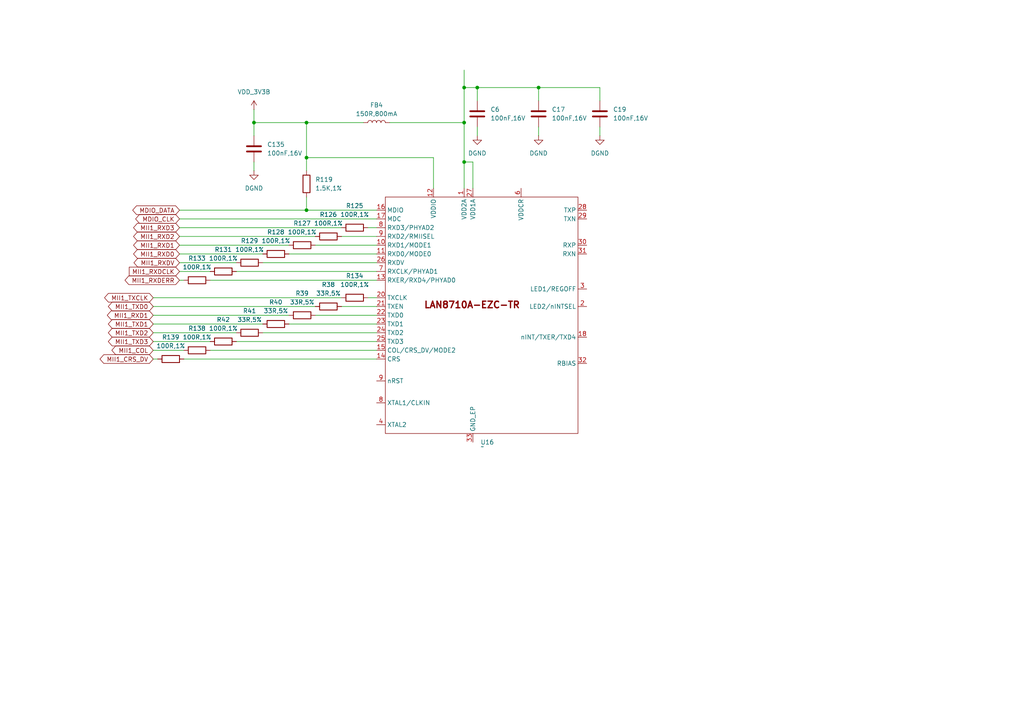
<source format=kicad_sch>
(kicad_sch (version 20231120) (generator "eeschema") (generator_version "8.0")
  (paper "A4")
  (lib_symbols
    (symbol "Device:C" (pin_numbers hide) (pin_names (offset 0.254))
      (property "Reference" "C" (at 0.635 2.54 0))
      (property "Value" "C" (at 0.635 -2.54 0))
      (symbol "C_0_1"
        (polyline (pts (xy -2.032 -0.762) (xy 2.032 -0.762)) (stroke (width 0.508)))
        (polyline (pts (xy -2.032 0.762) (xy 2.032 0.762)) (stroke (width 0.508)))
      )
      (symbol "C_1_1"
        (pin passive line (at 0 3.81 270) (length 2.794) (name "~") (number "1"))
        (pin passive line (at 0 -3.81 90) (length 2.794) (name "~") (number "2"))
      )
    )
    (symbol "Device:L" (pin_numbers hide) (pin_names (offset 1.016) hide)
      (property "Reference" "L" (at -1.27 0 90))
      (property "Value" "L" (at 1.905 0 90))
      (symbol "L_0_1"
        (arc (start 0 -2.54) (mid 0.6323 -1.905) (end 0 -1.27))
        (arc (start 0 -1.27) (mid 0.6323 -0.635) (end 0 0))
        (arc (start 0 0) (mid 0.6323 0.635) (end 0 1.27))
        (arc (start 0 1.27) (mid 0.6323 1.905) (end 0 2.54))
      )
      (symbol "L_1_1"
        (pin passive line (at 0 3.81 270) (length 1.27) (name "1") (number "1"))
        (pin passive line (at 0 -3.81 90) (length 1.27) (name "2") (number "2"))
      )
    )
    (symbol "Device:R" (pin_numbers hide) (pin_names (offset 0))
      (property "Reference" "R" (at 2.032 0 90))
      (property "Value" "R" (at 0 0 90))
      (symbol "R_0_1"
        (rectangle (start -1.016 -2.54) (end 1.016 2.54) (stroke (width 0.254)))
      )
      (symbol "R_1_1"
        (pin passive line (at 0 3.81 270) (length 1.27) (name "~") (number "1"))
        (pin passive line (at 0 -3.81 90) (length 1.27) (name "~") (number "2"))
      )
    )
    (symbol "SubArctic AM335x:LAN8710A-EZC-TR"
      (property "Reference" "U" (at 0 0 0))
      (symbol "LAN8710A-EZC-TR_1_0"
        (pin input line (at -2.54 54.61 0) (length 2.54) (name "RXD1/MODE1") (number "10"))
        (pin input line (at -2.54 52.07 0) (length 2.54) (name "RXD0/MODE0") (number "11"))
        (pin input line (at -2.54 44.45 0) (length 2.54) (name "RXER/RXD4/PHYAD0") (number "13"))
        (pin input line (at -2.54 21.59 0) (length 2.54) (name "CRS") (number "14"))
        (pin input line (at -2.54 24.13 0) (length 2.54) (name "COL/CRS_DV/MODE2") (number "15"))
        (pin input line (at 58.42 27.94 180) (length 2.54) (name "nINT/TXER/TXD4") (number "18"))
        (pin input line (at 58.42 36.83 180) (length 2.54) (name "LED2/nINTSEL") (number "2"))
        (pin input line (at -2.54 39.37 0) (length 2.54) (name "TXCLK") (number "20"))
        (pin input line (at -2.54 36.83 0) (length 2.54) (name "TXEN") (number "21"))
        (pin input line (at -2.54 34.29 0) (length 2.54) (name "TXD0") (number "22"))
        (pin input line (at -2.54 31.75 0) (length 2.54) (name "TXD1") (number "23"))
        (pin input line (at -2.54 29.21 0) (length 2.54) (name "TXD2") (number "24"))
        (pin input line (at -2.54 26.67 0) (length 2.54) (name "TXD3") (number "25"))
        (pin input line (at -2.54 49.53 0) (length 2.54) (name "RXDV") (number "26"))
        (pin input line (at 58.42 64.77 180) (length 2.54) (name "TXP") (number "28"))
        (pin input line (at 58.42 62.23 180) (length 2.54) (name "TXN") (number "29"))
        (pin input line (at 58.42 41.91 180) (length 2.54) (name "LED1/REGOFF") (number "3"))
        (pin input line (at 58.42 54.61 180) (length 2.54) (name "RXP") (number "30"))
        (pin input line (at 58.42 52.07 180) (length 2.54) (name "RXN") (number "31"))
        (pin input line (at 58.42 20.32 180) (length 2.54) (name "RBIAS") (number "32"))
        (pin input line (at 25.4 -2.54 90) (length 2.54) (name "GND_EP") (number "33"))
        (pin input line (at -2.54 2.54 0) (length 2.54) (name "XTAL2") (number "4"))
        (pin input line (at -2.54 46.99 0) (length 2.54) (name "RXCLK/PHYAD1") (number "7"))
        (pin input line (at -2.54 59.69 0) (length 2.54) (name "RXD3/PHYAD2") (number "8"))
        (pin input line (at -2.54 8.89 0) (length 2.54) (name "XTAL1/CLKIN") (number "8"))
        (pin input line (at -2.54 57.15 0) (length 2.54) (name "RXD2/RMIISEL") (number "9"))
        (pin input line (at -2.54 15.24 0) (length 2.54) (name "nRST") (number "9"))
      )
      (symbol "LAN8710A-EZC-TR_1_1"
        (rectangle (start 0 68.58) (end 55.88 0))
        (text "LAN8710A-EZC-TR" (at 25.146 37.338 0) (effects (font (size 1.905 1.905) (bold yes))))
        (pin input line (at 22.86 71.12 270) (length 2.54) (name "VDD2A") (number "1"))
        (pin input line (at 13.97 71.12 270) (length 2.54) (name "VDDIO") (number "12"))
        (pin input line (at -2.54 64.77 0) (length 2.54) (name "MDIO") (number "16"))
        (pin input line (at -2.54 62.23 0) (length 2.54) (name "MDC") (number "17"))
        (pin input line (at 25.4 71.12 270) (length 2.54) (name "VDD1A") (number "27"))
        (pin input line (at 39.37 71.12 270) (length 2.54) (name "VDDCR") (number "6"))
      )
    )
    (symbol "power:GND" (power) (pin_numbers hide) (pin_names (offset 0) hide)
      (property "Value" "GND" (at 0 -3.81 0))
      (symbol "GND_0_1"
        (polyline (pts (xy 0 0) (xy 0 -1.27) (xy 1.27 -1.27) (xy 0 -2.54) (xy -1.27 -1.27) (xy 0 -1.27)))
      )
      (symbol "GND_1_1"
        (pin power_in line (at 0 0 270) (length 0) (name "~") (number "1"))
      )
    )
    (symbol "power:VCC" (power) (pin_numbers hide) (pin_names (offset 0) hide)
      (property "Value" "VCC" (at 0 3.556 0))
      (symbol "VCC_0_1"
        (polyline (pts (xy -0.762 1.27) (xy 0 2.54)))
        (polyline (pts (xy 0 0) (xy 0 2.54)))
        (polyline (pts (xy 0 2.54) (xy 0.762 1.27)))
      )
      (symbol "VCC_1_1"
        (pin power_in line (at 0 0 90) (length 0) (name "~") (number "1"))
      )
    )
  )
  (junction (at 88.9 45.72))
  (junction (at 134.62 46.99))
  (junction (at 134.62 25.4))
  (junction (at 73.66 35.56))
  (junction (at 134.62 35.56))
  (junction (at 156.21 25.4))
  (junction (at 138.43 25.4))
  (junction (at 88.9 60.96))
  (junction (at 88.9 35.56))
  (wire (pts (xy 134.62 35.56) (xy 134.62 46.99)))
  (wire (pts (xy 44.45 104.14) (xy 45.72 104.14)))
  (wire (pts (xy 173.99 36.83) (xy 173.99 39.37)))
  (wire (pts (xy 99.06 88.9) (xy 109.22 88.9)))
  (wire (pts (xy 88.9 45.72) (xy 88.9 35.56)))
  (wire (pts (xy 52.07 76.2) (xy 68.58 76.2)))
  (wire (pts (xy 113.03 35.56) (xy 134.62 35.56)))
  (wire (pts (xy 44.45 93.98) (xy 76.2 93.98)))
  (wire (pts (xy 138.43 25.4) (xy 156.21 25.4)))
  (wire (pts (xy 138.43 25.4) (xy 138.43 29.21)))
  (wire (pts (xy 137.16 46.99) (xy 134.62 46.99)))
  (wire (pts (xy 156.21 25.4) (xy 173.99 25.4)))
  (wire (pts (xy 52.07 60.96) (xy 88.9 60.96)))
  (wire (pts (xy 156.21 25.4) (xy 156.21 29.21)))
  (wire (pts (xy 52.07 73.66) (xy 76.2 73.66)))
  (wire (pts (xy 83.82 73.66) (xy 109.22 73.66)))
  (wire (pts (xy 88.9 60.96) (xy 109.22 60.96)))
  (wire (pts (xy 44.45 101.6) (xy 53.34 101.6)))
  (wire (pts (xy 156.21 36.83) (xy 156.21 39.37)))
  (wire (pts (xy 138.43 36.83) (xy 138.43 39.37)))
  (wire (pts (xy 76.2 96.52) (xy 109.22 96.52)))
  (wire (pts (xy 44.45 91.44) (xy 83.82 91.44)))
  (wire (pts (xy 68.58 78.74) (xy 109.22 78.74)))
  (wire (pts (xy 134.62 46.99) (xy 134.62 54.61)))
  (wire (pts (xy 134.62 25.4) (xy 138.43 25.4)))
  (wire (pts (xy 76.2 76.2) (xy 109.22 76.2)))
  (wire (pts (xy 60.96 101.6) (xy 109.22 101.6)))
  (wire (pts (xy 73.66 31.75) (xy 73.66 35.56)))
  (wire (pts (xy 53.34 104.14) (xy 109.22 104.14)))
  (wire (pts (xy 73.66 35.56) (xy 73.66 39.37)))
  (wire (pts (xy 52.07 81.28) (xy 53.34 81.28)))
  (wire (pts (xy 52.07 71.12) (xy 83.82 71.12)))
  (wire (pts (xy 106.68 66.04) (xy 109.22 66.04)))
  (wire (pts (xy 91.44 91.44) (xy 109.22 91.44)))
  (wire (pts (xy 105.41 35.56) (xy 88.9 35.56)))
  (wire (pts (xy 99.06 68.58) (xy 109.22 68.58)))
  (wire (pts (xy 88.9 45.72) (xy 88.9 49.53)))
  (wire (pts (xy 44.45 99.06) (xy 60.96 99.06)))
  (wire (pts (xy 44.45 86.36) (xy 99.06 86.36)))
  (wire (pts (xy 88.9 57.15) (xy 88.9 60.96)))
  (wire (pts (xy 52.07 66.04) (xy 99.06 66.04)))
  (wire (pts (xy 60.96 81.28) (xy 109.22 81.28)))
  (wire (pts (xy 173.99 25.4) (xy 173.99 29.21)))
  (wire (pts (xy 134.62 25.4) (xy 134.62 35.56)))
  (wire (pts (xy 125.73 45.72) (xy 88.9 45.72)))
  (wire (pts (xy 83.82 93.98) (xy 109.22 93.98)))
  (wire (pts (xy 52.07 78.74) (xy 60.96 78.74)))
  (wire (pts (xy 137.16 54.61) (xy 137.16 46.99)))
  (wire (pts (xy 91.44 71.12) (xy 109.22 71.12)))
  (wire (pts (xy 44.45 88.9) (xy 91.44 88.9)))
  (wire (pts (xy 52.07 68.58) (xy 91.44 68.58)))
  (wire (pts (xy 52.07 63.5) (xy 109.22 63.5)))
  (wire (pts (xy 68.58 99.06) (xy 109.22 99.06)))
  (wire (pts (xy 44.45 96.52) (xy 68.58 96.52)))
  (wire (pts (xy 106.68 86.36) (xy 109.22 86.36)))
  (wire (pts (xy 73.66 35.56) (xy 88.9 35.56)))
  (wire (pts (xy 125.73 54.61) (xy 125.73 45.72)))
  (wire (pts (xy 73.66 46.99) (xy 73.66 49.53)))
  (wire (pts (xy 134.62 20.32) (xy 134.62 25.4)))
  (global_label "MII1_TXD0" (shape bidirectional) (at 44.45 88.9 180) (property "Intersheetrefs" "${INTERSHEET_REFS}" (effects (hide yes))))
  (global_label "MDIO_DATA" (shape bidirectional) (at 52.07 60.96 180) (property "Intersheetrefs" "${INTERSHEET_REFS}" (effects (hide yes))))
  (global_label "MII1_TXCLK" (shape bidirectional) (at 44.45 86.36 180) (property "Intersheetrefs" "${INTERSHEET_REFS}" (effects (hide yes))))
  (global_label "MII1_RXD2" (shape bidirectional) (at 52.07 68.58 180) (property "Intersheetrefs" "${INTERSHEET_REFS}" (effects (hide yes))))
  (global_label "MII1_TXD1" (shape bidirectional) (at 44.45 93.98 180) (property "Intersheetrefs" "${INTERSHEET_REFS}" (effects (hide yes))))
  (global_label "MII1_RXD1" (shape bidirectional) (at 52.07 71.12 180) (property "Intersheetrefs" "${INTERSHEET_REFS}" (effects (hide yes))))
  (global_label "MII1_COL" (shape bidirectional) (at 44.45 101.6 180) (property "Intersheetrefs" "${INTERSHEET_REFS}" (effects (hide yes))))
  (global_label "MII1_RXD1" (shape bidirectional) (at 44.45 91.44 180) (property "Intersheetrefs" "${INTERSHEET_REFS}" (effects (hide yes))))
  (global_label "MII1_TXD2" (shape bidirectional) (at 44.45 96.52 180) (property "Intersheetrefs" "${INTERSHEET_REFS}" (effects (hide yes))))
  (global_label "MII1_RXD3" (shape bidirectional) (at 52.07 66.04 180) (property "Intersheetrefs" "${INTERSHEET_REFS}" (effects (hide yes))))
  (global_label "MII1_RXD0" (shape bidirectional) (at 52.07 73.66 180) (property "Intersheetrefs" "${INTERSHEET_REFS}" (effects (hide yes))))
  (global_label "MII1_TXD3" (shape bidirectional) (at 44.45 99.06 180) (property "Intersheetrefs" "${INTERSHEET_REFS}" (effects (hide yes))))
  (global_label "MDIO_CLK" (shape bidirectional) (at 52.07 63.5 180) (property "Intersheetrefs" "${INTERSHEET_REFS}" (effects (hide yes))))
  (global_label "MII1_RXDV" (shape bidirectional) (at 52.07 76.2 180) (property "Intersheetrefs" "${INTERSHEET_REFS}" (effects (hide yes))))
  (global_label "MII1_RXDCLK" (shape input) (at 52.07 78.74 180) (property "Intersheetrefs" "${INTERSHEET_REFS}" (effects (hide yes))))
  (global_label "MII1_CRS_DV" (shape bidirectional) (at 44.45 104.14 180) (property "Intersheetrefs" "${INTERSHEET_REFS}" (effects (hide yes))))
  (global_label "MII1_RXDERR" (shape bidirectional) (at 52.07 81.28 180) (property "Intersheetrefs" "${INTERSHEET_REFS}" (effects (hide yes))))
  (symbol (lib_id "power:VCC") (at 73.66 31.75 0) (unit 1)
    (property "Reference" "#PWR0156" (effects (hide yes)))
    (property "Value" "VDD_3V3B" (at 73.66 26.67 0))
    (property "Description" "Power symbol creates a global label with name \"VCC\"" (effects (hide yes)))
  )
  (symbol (lib_id "Device:R") (at 80.01 73.66 90) (unit 1)
    (property "Reference" "R128" (at 80.01 67.31 90))
    (property "Value" "100R,1%" (at 80.01 69.85 90))
    (property "Description" "Resistor" (effects (hide yes)))
  )
  (symbol (lib_id "Device:R") (at 102.87 86.36 90) (unit 1)
    (property "Reference" "R134" (at 102.87 80.01 90))
    (property "Value" "100R,1%" (at 102.87 82.55 90))
    (property "Description" "Resistor" (effects (hide yes)))
  )
  (symbol (lib_id "Device:R") (at 72.39 76.2 90) (unit 1)
    (property "Reference" "R129" (at 72.39 69.85 90))
    (property "Value" "100R,1%" (at 72.39 72.39 90))
    (property "Description" "Resistor" (effects (hide yes)))
  )
  (symbol (lib_id "Device:R") (at 57.15 81.28 90) (unit 1)
    (property "Reference" "R133" (at 57.15 74.93 90))
    (property "Value" "100R,1%" (at 57.15 77.47 90))
    (property "Description" "Resistor" (effects (hide yes)))
  )
  (symbol (lib_id "power:GND") (at 138.43 39.37 0) (unit 1)
    (property "Reference" "#PWR0158" (effects (hide yes)))
    (property "Value" "DGND" (at 138.43 44.45 0))
    (property "Description" "Power symbol creates a global label with name \"GND\" , ground" (effects (hide yes)))
  )
  (symbol (lib_id "Device:R") (at 88.9 53.34 0) (unit 1)
    (property "Reference" "R119" (at 91.44 52.0699 0) (effects (justify left)))
    (property "Value" "1.5K,1%" (at 91.44 54.6099 0) (effects (justify left)))
    (property "Description" "Resistor" (effects (hide yes)))
  )
  (symbol (lib_id "power:GND") (at 73.66 49.53 0) (unit 1)
    (property "Reference" "#PWR0157" (effects (hide yes)))
    (property "Value" "DGND" (at 73.66 54.61 0))
    (property "Description" "Power symbol creates a global label with name \"GND\" , ground" (effects (hide yes)))
  )
  (symbol (lib_id "Device:R") (at 64.77 78.74 90) (unit 1)
    (property "Reference" "R131" (at 64.77 72.39 90))
    (property "Value" "100R,1%" (at 64.77 74.93 90))
    (property "Description" "Resistor" (effects (hide yes)))
  )
  (symbol (lib_id "Device:C") (at 156.21 33.02 0) (unit 1)
    (property "Reference" "C17" (at 160.02 31.7499 0) (effects (justify left)))
    (property "Value" "100nF,16V" (at 160.02 34.2899 0) (effects (justify left)))
    (property "Description" "Unpolarized capacitor" (effects (hide yes)))
  )
  (symbol (lib_id "power:GND") (at 156.21 39.37 0) (unit 1)
    (property "Reference" "#PWR0159" (effects (hide yes)))
    (property "Value" "DGND" (at 156.21 44.45 0))
    (property "Description" "Power symbol creates a global label with name \"GND\" , ground" (effects (hide yes)))
  )
  (symbol (lib_id "Device:R") (at 87.63 71.12 90) (unit 1)
    (property "Reference" "R127" (at 87.63 64.77 90))
    (property "Value" "100R,1%" (at 87.63 67.31 90))
    (property "Description" "Resistor" (effects (hide yes)))
  )
  (symbol (lib_id "Device:C") (at 173.99 33.02 0) (unit 1)
    (property "Reference" "C19" (at 177.8 31.7499 0) (effects (justify left)))
    (property "Value" "100nF,16V" (at 177.8 34.2899 0) (effects (justify left)))
    (property "Description" "Unpolarized capacitor" (effects (hide yes)))
  )
  (symbol (lib_id "Device:R") (at 95.25 68.58 90) (unit 1)
    (property "Reference" "R126" (at 95.25 62.23 90))
    (property "Value" "100R,1%" (at 95.25 64.77 90))
    (property "Description" "Resistor" (effects (hide yes)))
  )
  (symbol (lib_id "Device:R") (at 57.15 101.6 90) (unit 1)
    (property "Reference" "R138" (at 57.15 95.25 90))
    (property "Value" "100R,1%" (at 57.15 97.79 90))
    (property "Description" "Resistor" (effects (hide yes)))
  )
  (symbol (lib_id "Device:L") (at 109.22 35.56 90) (unit 1)
    (property "Reference" "FB4" (at 109.22 30.48 90))
    (property "Value" "150R,800mA" (at 109.22 33.02 90))
    (property "Description" "Inductor" (effects (hide yes)))
  )
  (symbol (lib_id "power:GND") (at 173.99 39.37 0) (unit 1)
    (property "Reference" "#PWR0160" (effects (hide yes)))
    (property "Value" "DGND" (at 173.99 44.45 0))
    (property "Description" "Power symbol creates a global label with name \"GND\" , ground" (effects (hide yes)))
  )
  (symbol (lib_id "Device:R") (at 72.39 96.52 90) (unit 1)
    (property "Reference" "R41" (at 72.39 90.17 90))
    (property "Value" "33R,5%" (at 72.39 92.71 90))
    (property "Description" "Resistor" (effects (hide yes)))
  )
  (symbol (lib_id "Device:R") (at 64.77 99.06 90) (unit 1)
    (property "Reference" "R42" (at 64.77 92.71 90))
    (property "Value" "100R,1%" (at 64.77 95.25 90))
    (property "Description" "Resistor" (effects (hide yes)))
  )
  (symbol (lib_id "Device:R") (at 49.53 104.14 90) (unit 1)
    (property "Reference" "R139" (at 49.53 97.79 90))
    (property "Value" "100R,1%" (at 49.53 100.33 90))
    (property "Description" "Resistor" (effects (hide yes)))
  )
  (symbol (lib_id "Device:C") (at 73.66 43.18 0) (unit 1)
    (property "Reference" "C135" (at 77.47 41.9099 0) (effects (justify left)))
    (property "Value" "100nF,16V" (at 77.47 44.4499 0) (effects (justify left)))
    (property "Description" "Unpolarized capacitor" (effects (hide yes)))
  )
  (symbol (lib_id "Device:R") (at 87.63 91.44 90) (unit 1)
    (property "Reference" "R39" (at 87.63 85.09 90))
    (property "Value" "33R,5%" (at 87.63 87.63 90))
    (property "Description" "Resistor" (effects (hide yes)))
  )
  (symbol (lib_id "Device:C") (at 138.43 33.02 0) (unit 1)
    (property "Reference" "C6" (at 142.24 31.7499 0) (effects (justify left)))
    (property "Value" "100nF,16V" (at 142.24 34.2899 0) (effects (justify left)))
    (property "Description" "Unpolarized capacitor" (effects (hide yes)))
  )
  (symbol (lib_id "SubArctic AM335x:LAN8710A-EZC-TR") (at 111.76 125.73 0) (unit 1)
    (property "Reference" "U16" (at 139.3541 128.27 0) (effects (justify left)))
    (property "Value" "~" (at 139.3541 129.54 0) (effects (justify left)))
  )
  (symbol (lib_id "Device:R") (at 95.25 88.9 90) (unit 1)
    (property "Reference" "R38" (at 95.25 82.55 90))
    (property "Value" "33R,5%" (at 95.25 85.09 90))
    (property "Description" "Resistor" (effects (hide yes)))
  )
  (symbol (lib_id "Device:R") (at 102.87 66.04 90) (unit 1)
    (property "Reference" "R125" (at 102.87 59.69 90))
    (property "Value" "100R,1%" (at 102.87 62.23 90))
    (property "Description" "Resistor" (effects (hide yes)))
  )
  (symbol (lib_id "Device:R") (at 80.01 93.98 90) (unit 1)
    (property "Reference" "R40" (at 80.01 87.63 90))
    (property "Value" "33R,5%" (at 80.01 90.17 90))
    (property "Description" "Resistor" (effects (hide yes)))
  )
)
</source>
